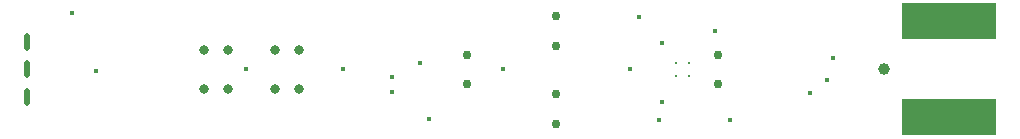
<source format=gbr>
%FSTAX23Y23*%
%MOMM*%
%SFA1B1*%

%IPPOS*%
%ADD48C,0.799998*%
%ADD49O,0.499999X1.499997*%
%ADD50R,7.999984X3.099994*%
%ADD51C,0.999998*%
%ADD52C,0.761998*%
%ADD53C,0.299999*%
%ADD54C,0.399999*%
%LNmicamp_pth_drill-1*%
%LPD*%
G54D48*
X23999Y09649D03*
X21999D03*
X17999D03*
X15999D03*
Y0635D03*
X17999D03*
X21999D03*
X23999D03*
G54D49*
X00999Y05699D03*
Y07999D03*
Y10299D03*
G54D50*
X78999Y03939D03*
Y12059D03*
G54D51*
X73499Y07999D03*
G54D52*
X38249Y06749D03*
Y09249D03*
X45749Y12499D03*
Y09999D03*
Y05899D03*
Y03399D03*
X59499Y09249D03*
Y06749D03*
G54D53*
X55949Y07449D03*
Y08549D03*
X57049Y07449D03*
Y08549D03*
G54D54*
X68749Y07099D03*
X69249Y08999D03*
X67249Y05999D03*
X35024Y03774D03*
X04749Y12749D03*
X60499Y03749D03*
X34249Y08549D03*
X41249Y07999D03*
X27749D03*
X51999D03*
X59249Y11249D03*
X54749Y10224D03*
Y05249D03*
X52774Y12474D03*
X54499Y03749D03*
X06799Y07874D03*
X19499Y07999D03*
X31884Y07364D03*
Y06094D03*
M02*
</source>
